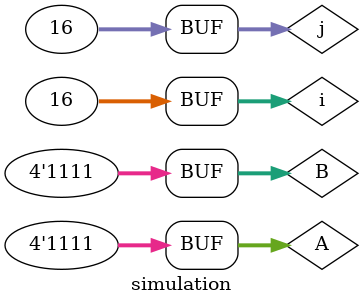
<source format=v>
`include "bcd.v"
module simulation();
    integer i = 0, j = 0;
    reg [3:0]A,B;
    wire [3:0]out;
    bcdflow uut(A,B,out);
    initial begin 
        $dumpfile ("flowWave.vcd");
        $dumpvars (0,simulation);
        for (i = 0; i<16 ; i = i + 1)
        begin
            A = i;
            for (j = 0; j<16; j = j + 1)
            begin
                B =j;
                #10;
            end
        end
    end
endmodule
</source>
